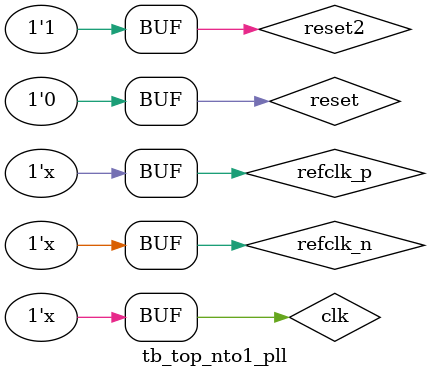
<source format=v>
`timescale 1 ps / 1ps

module tb_top_nto1_pll () ;

reg 		reset ;
reg 		reset2 ;
reg 		match ;
reg 		match2 ;
reg 		clk ;
wire 		refclk_n ;
reg 		refclk_p ;
wire		clkout_p ;
wire 		clkout_n ;
wire 		clkout ;
wire	[5:0]	dataout_p ;
wire 	[5:0]	dataout_n ;
wire 	[41:0]	dummy_out ;
reg 	[41:0]	old ;
wire 	[41:0]	dummy_out2 ;
reg 	[41:0]	old2 ;
wire		clkout2_p ;
wire 		clkout2_n ;
wire	[5:0]	dataout2_p ;
wire 	[5:0]	dataout2_n ;

initial refclk_p = 0 ;
initial clk = 0 ;

always #(1000) refclk_p = ~refclk_p ;
always #(4000) clk = ~clk ;
assign refclk_n = ~refclk_p ;

initial
begin
reset = 1'b1 ;
reset2 = 1'b0 ;
#150000
reset = 1'b0;
#300000
reset2 = 1'b1 ;
end

always @ (posedge refclk_p)			// Check data
begin
	old <= dummy_out ;
	if (dummy_out[41:0] == {old[40:0], old[41]}) begin 
		match <= 1'b1 ; 
	end 
	else begin 
		match <= 1'b0 ; 
	end 
end

always @ (posedge refclk_p)			// Check data
begin
	old2 <= dummy_out2 ;
	if (dummy_out2[41:0] == {old2[40:0], old2[41]}) begin 
		match2 <= 1'b1 ; 
	end 
	else begin 
		match2 <= 1'b0 ; 
	end 
end

top_nto1_pll_diff_tx diff_tx  (
	.refclkin_p		(refclk_p),
	.refclkin_n		(refclk_n),
	.dataout_p		(dataout_p),
	.dataout_n		(dataout_n),
	.clkout_p		(clkout_p),
	.clkout_n		(clkout_n),
	.reset			(reset)) ;
	
top_nto1_pll_diff_rx diff_rx  (
	.clkin_p		(clkout_p),
	.clkin_n		(clkout_n),
	.datain_p		(dataout_p),
	.datain_n		(dataout_n),
	.reset			(reset),
	.dummy_out		(dummy_out)) ;

top_nto1_pll_diff_rx_and_tx diff_rx_and_tx  (
	.clkin_p		(clkout_p),
	.clkin_n		(clkout_n),
	.datain_p		(dataout_p),
	.datain_n		(dataout_n),
	.reset			(reset),
	.dataout_p		(dataout2_p),
	.dataout_n		(dataout2_n),
	.clkout_p		(clkout2_p),
	.clkout_n		(clkout2_n)) ;	

top_nto1_pll_diff_rx diff_rx2  (
	.clkin_p		(clkout2_p),
	.clkin_n		(clkout2_n),
	.datain_p		(dataout2_p),
	.datain_n		(dataout2_n),
	.reset			(reset),
	.dummy_out		(dummy_out2)) ;
		
endmodule



</source>
